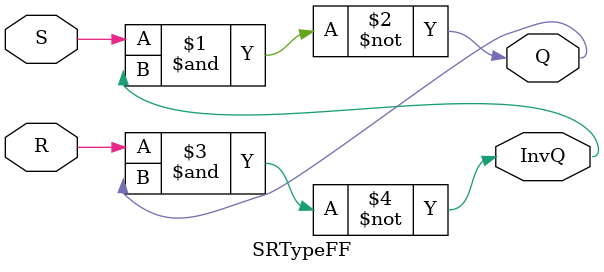
<source format=v>
module SRTypeFF(
	input S,
	input R,
	output Q,
	output InvQ
);
	nand(Q,S,InvQ);
	nand(InvQ,R,Q);
	
endmodule
</source>
